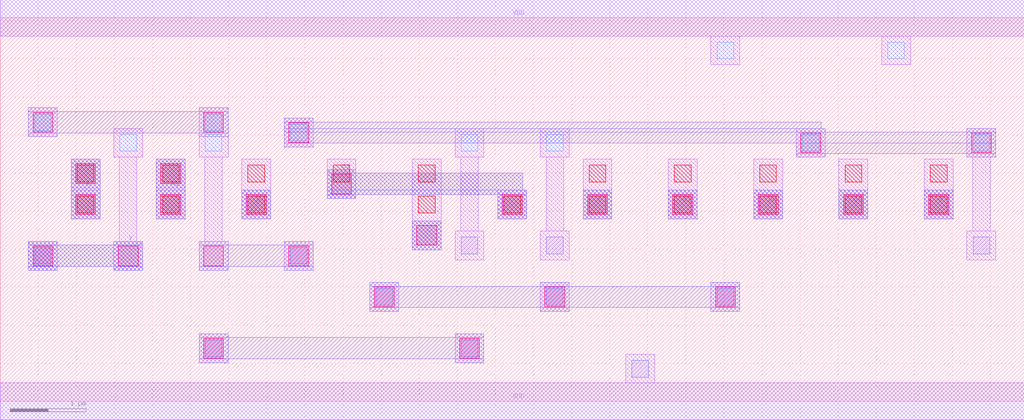
<source format=lef>
MACRO AOOAAOOAI21232
 CLASS CORE ;
 FOREIGN AOOAAOOAI21232 0 0 ;
 SIZE 13.44 BY 5.04 ;
 ORIGIN 0 0 ;
 SYMMETRY X Y R90 ;
 SITE unit ;
  PIN VDD
   DIRECTION INOUT ;
   USE POWER ;
   SHAPE ABUTMENT ;
    PORT
     CLASS CORE ;
       LAYER met1 ;
        RECT 0.00000000 4.80000000 13.44000000 5.28000000 ;
    END
  END VDD

  PIN GND
   DIRECTION INOUT ;
   USE POWER ;
   SHAPE ABUTMENT ;
    PORT
     CLASS CORE ;
       LAYER met1 ;
        RECT 0.00000000 -0.24000000 13.44000000 0.24000000 ;
    END
  END GND

  PIN Y
   DIRECTION INOUT ;
   USE SIGNAL ;
   SHAPE ABUTMENT ;
    PORT
     CLASS CORE ;
       LAYER met2 ;
        RECT 0.37000000 1.72200000 0.75000000 1.77200000 ;
        RECT 1.49000000 1.72200000 1.87000000 1.77200000 ;
        RECT 0.37000000 1.77200000 1.87000000 2.05200000 ;
        RECT 0.37000000 2.05200000 0.75000000 2.10200000 ;
        RECT 1.49000000 2.05200000 1.87000000 2.10200000 ;
    END
  END Y

  PIN D
   DIRECTION INOUT ;
   USE SIGNAL ;
   SHAPE ABUTMENT ;
    PORT
     CLASS CORE ;
       LAYER met2 ;
        RECT 12.13000000 2.39700000 12.51000000 2.77700000 ;
    END
  END D

  PIN E
   DIRECTION INOUT ;
   USE SIGNAL ;
   SHAPE ABUTMENT ;
    PORT
     CLASS CORE ;
       LAYER met2 ;
        RECT 7.65000000 2.39700000 8.03000000 2.77700000 ;
    END
  END E

  PIN A
   DIRECTION INOUT ;
   USE SIGNAL ;
   SHAPE ABUTMENT ;
    PORT
     CLASS CORE ;
       LAYER met2 ;
        RECT 0.93000000 2.39700000 1.31000000 3.18200000 ;
    END
  END A

  PIN D1
   DIRECTION INOUT ;
   USE SIGNAL ;
   SHAPE ABUTMENT ;
    PORT
     CLASS CORE ;
       LAYER met2 ;
        RECT 11.01000000 2.39700000 11.39000000 2.77700000 ;
    END
  END D1

  PIN B
   DIRECTION INOUT ;
   USE SIGNAL ;
   SHAPE ABUTMENT ;
    PORT
     CLASS CORE ;
       LAYER met2 ;
        RECT 3.17000000 2.39700000 3.55000000 2.77700000 ;
    END
  END B

  PIN A1
   DIRECTION INOUT ;
   USE SIGNAL ;
   SHAPE ABUTMENT ;
    PORT
     CLASS CORE ;
       LAYER met2 ;
        RECT 2.05000000 2.39700000 2.43000000 3.18200000 ;
    END
  END A1

  PIN C1
   DIRECTION INOUT ;
   USE SIGNAL ;
   SHAPE ABUTMENT ;
    PORT
     CLASS CORE ;
       LAYER met2 ;
        RECT 4.29000000 2.66700000 4.67000000 2.71700000 ;
        RECT 6.53000000 2.39700000 6.91000000 2.71700000 ;
        RECT 4.29000000 2.71700000 6.91000000 2.77700000 ;
        RECT 4.29000000 2.77700000 6.86000000 2.99700000 ;
        RECT 4.29000000 2.99700000 4.67000000 3.04700000 ;
    END
  END C1

  PIN C
   DIRECTION INOUT ;
   USE SIGNAL ;
   SHAPE ABUTMENT ;
    PORT
     CLASS CORE ;
       LAYER met2 ;
        RECT 5.41000000 1.99200000 5.79000000 2.37200000 ;
    END
  END C

  PIN D2
   DIRECTION INOUT ;
   USE SIGNAL ;
   SHAPE ABUTMENT ;
    PORT
     CLASS CORE ;
       LAYER met2 ;
        RECT 9.89000000 2.39700000 10.27000000 2.77700000 ;
    END
  END D2

  PIN E1
   DIRECTION INOUT ;
   USE SIGNAL ;
   SHAPE ABUTMENT ;
    PORT
     CLASS CORE ;
       LAYER met2 ;
        RECT 8.77000000 2.39700000 9.15000000 2.77700000 ;
    END
  END E1

 OBS
    LAYER polycont ;
     RECT 1.01000000 2.47700000 1.23000000 2.69700000 ;
     RECT 2.13000000 2.47700000 2.35000000 2.69700000 ;
     RECT 3.25000000 2.47700000 3.47000000 2.69700000 ;
     RECT 5.49000000 2.47700000 5.71000000 2.69700000 ;
     RECT 6.61000000 2.47700000 6.83000000 2.69700000 ;
     RECT 7.73000000 2.47700000 7.95000000 2.69700000 ;
     RECT 8.85000000 2.47700000 9.07000000 2.69700000 ;
     RECT 9.97000000 2.47700000 10.19000000 2.69700000 ;
     RECT 11.09000000 2.47700000 11.31000000 2.69700000 ;
     RECT 12.21000000 2.47700000 12.43000000 2.69700000 ;
     RECT 1.01000000 2.88200000 1.23000000 3.10200000 ;
     RECT 2.13000000 2.88200000 2.35000000 3.10200000 ;
     RECT 3.25000000 2.88200000 3.47000000 3.10200000 ;
     RECT 4.37000000 2.88200000 4.59000000 3.10200000 ;
     RECT 5.49000000 2.88200000 5.71000000 3.10200000 ;
     RECT 7.73000000 2.88200000 7.95000000 3.10200000 ;
     RECT 8.85000000 2.88200000 9.07000000 3.10200000 ;
     RECT 9.97000000 2.88200000 10.19000000 3.10200000 ;
     RECT 11.09000000 2.88200000 11.31000000 3.10200000 ;
     RECT 12.21000000 2.88200000 12.43000000 3.10200000 ;

    LAYER pdiffc ;
     RECT 1.57000000 3.28700000 1.79000000 3.50700000 ;
     RECT 2.69000000 3.28700000 2.91000000 3.50700000 ;
     RECT 6.05000000 3.28700000 6.27000000 3.50700000 ;
     RECT 7.17000000 3.28700000 7.39000000 3.50700000 ;
     RECT 10.53000000 3.28700000 10.75000000 3.50700000 ;
     RECT 12.77000000 3.28700000 12.99000000 3.50700000 ;
     RECT 3.81000000 3.42200000 4.03000000 3.64200000 ;
     RECT 0.45000000 3.55700000 0.67000000 3.77700000 ;
     RECT 2.69000000 3.55700000 2.91000000 3.77700000 ;
     RECT 9.41000000 4.50200000 9.63000000 4.72200000 ;
     RECT 11.65000000 4.50200000 11.87000000 4.72200000 ;

    LAYER ndiffc ;
     RECT 8.29000000 0.31700000 8.51000000 0.53700000 ;
     RECT 2.69000000 0.58700000 2.91000000 0.80700000 ;
     RECT 6.05000000 0.58700000 6.27000000 0.80700000 ;
     RECT 4.93000000 1.26200000 5.15000000 1.48200000 ;
     RECT 7.17000000 1.26200000 7.39000000 1.48200000 ;
     RECT 9.41000000 1.26200000 9.63000000 1.48200000 ;
     RECT 0.45000000 1.80200000 0.67000000 2.02200000 ;
     RECT 3.81000000 1.80200000 4.03000000 2.02200000 ;
     RECT 6.05000000 1.93700000 6.27000000 2.15700000 ;
     RECT 7.17000000 1.93700000 7.39000000 2.15700000 ;
     RECT 12.77000000 1.93700000 12.99000000 2.15700000 ;

    LAYER met1 ;
     RECT 0.00000000 -0.24000000 13.44000000 0.24000000 ;
     RECT 8.21000000 0.24000000 8.59000000 0.61700000 ;
     RECT 2.61000000 0.50700000 2.99000000 0.88700000 ;
     RECT 5.97000000 0.50700000 6.35000000 0.88700000 ;
     RECT 4.85000000 1.18200000 5.23000000 1.56200000 ;
     RECT 7.09000000 1.18200000 7.47000000 1.56200000 ;
     RECT 9.33000000 1.18200000 9.71000000 1.56200000 ;
     RECT 0.37000000 1.72200000 0.75000000 2.10200000 ;
     RECT 3.73000000 1.72200000 4.11000000 2.10200000 ;
     RECT 0.93000000 2.39700000 1.31000000 2.77700000 ;
     RECT 2.05000000 2.39700000 2.43000000 2.77700000 ;
     RECT 6.53000000 2.39700000 6.91000000 2.77700000 ;
     RECT 0.93000000 2.80200000 1.31000000 3.18200000 ;
     RECT 2.05000000 2.80200000 2.43000000 3.18200000 ;
     RECT 3.17000000 2.39700000 3.55000000 3.18200000 ;
     RECT 4.29000000 2.66700000 4.67000000 3.18200000 ;
     RECT 5.41000000 1.99200000 5.79000000 3.18200000 ;
     RECT 7.65000000 2.39700000 8.03000000 3.18200000 ;
     RECT 8.77000000 2.39700000 9.15000000 3.18200000 ;
     RECT 9.89000000 2.39700000 10.27000000 3.18200000 ;
     RECT 11.01000000 2.39700000 11.39000000 3.18200000 ;
     RECT 12.13000000 2.39700000 12.51000000 3.18200000 ;
     RECT 1.49000000 1.72200000 1.87000000 2.10200000 ;
     RECT 1.56500000 2.10200000 1.79500000 3.20700000 ;
     RECT 1.49000000 3.20700000 1.87000000 3.58700000 ;
     RECT 5.97000000 1.85700000 6.35000000 2.23700000 ;
     RECT 6.04500000 2.23700000 6.27500000 3.20700000 ;
     RECT 5.97000000 3.20700000 6.35000000 3.58700000 ;
     RECT 7.09000000 1.85700000 7.47000000 2.23700000 ;
     RECT 7.16500000 2.23700000 7.39500000 3.20700000 ;
     RECT 7.09000000 3.20700000 7.47000000 3.58700000 ;
     RECT 10.45000000 3.20700000 10.83000000 3.58700000 ;
     RECT 12.69000000 1.85700000 13.07000000 2.23700000 ;
     RECT 12.76500000 2.23700000 12.99500000 3.20700000 ;
     RECT 12.69000000 3.20700000 13.07000000 3.58700000 ;
     RECT 3.73000000 3.34200000 4.11000000 3.72200000 ;
     RECT 0.37000000 3.47700000 0.75000000 3.85700000 ;
     RECT 2.61000000 1.72200000 2.99000000 2.10200000 ;
     RECT 2.68500000 2.10200000 2.91500000 3.20700000 ;
     RECT 2.61000000 3.20700000 2.99000000 3.85700000 ;
     RECT 9.33000000 4.42200000 9.71000000 4.80000000 ;
     RECT 11.57000000 4.42200000 11.95000000 4.80000000 ;
     RECT 0.00000000 4.80000000 13.44000000 5.28000000 ;

    LAYER via1 ;
     RECT 2.67000000 0.56700000 2.93000000 0.82700000 ;
     RECT 6.03000000 0.56700000 6.29000000 0.82700000 ;
     RECT 4.91000000 1.24200000 5.17000000 1.50200000 ;
     RECT 7.15000000 1.24200000 7.41000000 1.50200000 ;
     RECT 9.39000000 1.24200000 9.65000000 1.50200000 ;
     RECT 0.43000000 1.78200000 0.69000000 2.04200000 ;
     RECT 1.55000000 1.78200000 1.81000000 2.04200000 ;
     RECT 2.67000000 1.78200000 2.93000000 2.04200000 ;
     RECT 3.79000000 1.78200000 4.05000000 2.04200000 ;
     RECT 5.47000000 2.05200000 5.73000000 2.31200000 ;
     RECT 0.99000000 2.45700000 1.25000000 2.71700000 ;
     RECT 2.11000000 2.45700000 2.37000000 2.71700000 ;
     RECT 3.23000000 2.45700000 3.49000000 2.71700000 ;
     RECT 6.59000000 2.45700000 6.85000000 2.71700000 ;
     RECT 7.71000000 2.45700000 7.97000000 2.71700000 ;
     RECT 8.83000000 2.45700000 9.09000000 2.71700000 ;
     RECT 9.95000000 2.45700000 10.21000000 2.71700000 ;
     RECT 11.07000000 2.45700000 11.33000000 2.71700000 ;
     RECT 12.19000000 2.45700000 12.45000000 2.71700000 ;
     RECT 4.35000000 2.72700000 4.61000000 2.98700000 ;
     RECT 0.99000000 2.86200000 1.25000000 3.12200000 ;
     RECT 2.11000000 2.86200000 2.37000000 3.12200000 ;
     RECT 10.51000000 3.26700000 10.77000000 3.52700000 ;
     RECT 12.75000000 3.26700000 13.01000000 3.52700000 ;
     RECT 3.79000000 3.40200000 4.05000000 3.66200000 ;
     RECT 0.43000000 3.53700000 0.69000000 3.79700000 ;
     RECT 2.67000000 3.53700000 2.93000000 3.79700000 ;

    LAYER met2 ;
     RECT 2.61000000 0.50700000 2.99000000 0.55700000 ;
     RECT 5.97000000 0.50700000 6.35000000 0.55700000 ;
     RECT 2.61000000 0.55700000 6.35000000 0.83700000 ;
     RECT 2.61000000 0.83700000 2.99000000 0.88700000 ;
     RECT 5.97000000 0.83700000 6.35000000 0.88700000 ;
     RECT 4.85000000 1.18200000 5.23000000 1.23200000 ;
     RECT 7.09000000 1.18200000 7.47000000 1.23200000 ;
     RECT 9.33000000 1.18200000 9.71000000 1.23200000 ;
     RECT 4.85000000 1.23200000 9.71000000 1.51200000 ;
     RECT 4.85000000 1.51200000 5.23000000 1.56200000 ;
     RECT 7.09000000 1.51200000 7.47000000 1.56200000 ;
     RECT 9.33000000 1.51200000 9.71000000 1.56200000 ;
     RECT 0.37000000 1.72200000 0.75000000 1.77200000 ;
     RECT 1.49000000 1.72200000 1.87000000 1.77200000 ;
     RECT 0.37000000 1.77200000 1.87000000 2.05200000 ;
     RECT 0.37000000 2.05200000 0.75000000 2.10200000 ;
     RECT 1.49000000 2.05200000 1.87000000 2.10200000 ;
     RECT 2.61000000 1.72200000 2.99000000 1.77200000 ;
     RECT 3.73000000 1.72200000 4.11000000 1.77200000 ;
     RECT 2.61000000 1.77200000 4.11000000 2.05200000 ;
     RECT 2.61000000 2.05200000 2.99000000 2.10200000 ;
     RECT 3.73000000 2.05200000 4.11000000 2.10200000 ;
     RECT 5.41000000 1.99200000 5.79000000 2.37200000 ;
     RECT 3.17000000 2.39700000 3.55000000 2.77700000 ;
     RECT 7.65000000 2.39700000 8.03000000 2.77700000 ;
     RECT 8.77000000 2.39700000 9.15000000 2.77700000 ;
     RECT 9.89000000 2.39700000 10.27000000 2.77700000 ;
     RECT 11.01000000 2.39700000 11.39000000 2.77700000 ;
     RECT 12.13000000 2.39700000 12.51000000 2.77700000 ;
     RECT 4.29000000 2.66700000 4.67000000 2.71700000 ;
     RECT 6.53000000 2.39700000 6.91000000 2.71700000 ;
     RECT 4.29000000 2.71700000 6.91000000 2.77700000 ;
     RECT 4.29000000 2.77700000 6.86000000 2.99700000 ;
     RECT 4.29000000 2.99700000 4.67000000 3.04700000 ;
     RECT 0.93000000 2.39700000 1.31000000 3.18200000 ;
     RECT 2.05000000 2.39700000 2.43000000 3.18200000 ;
     RECT 10.45000000 3.20700000 10.83000000 3.25700000 ;
     RECT 12.69000000 3.20700000 13.07000000 3.25700000 ;
     RECT 3.73000000 3.34200000 4.11000000 3.39200000 ;
     RECT 10.45000000 3.25700000 13.07000000 3.39200000 ;
     RECT 3.73000000 3.39200000 13.07000000 3.53700000 ;
     RECT 3.73000000 3.53700000 10.83000000 3.58700000 ;
     RECT 12.69000000 3.53700000 13.07000000 3.58700000 ;
     RECT 3.73000000 3.58700000 10.78000000 3.67200000 ;
     RECT 3.73000000 3.67200000 4.11000000 3.72200000 ;
     RECT 0.37000000 3.47700000 0.75000000 3.52700000 ;
     RECT 2.61000000 3.47700000 2.99000000 3.52700000 ;
     RECT 0.37000000 3.52700000 2.99000000 3.80700000 ;
     RECT 0.37000000 3.80700000 0.75000000 3.85700000 ;
     RECT 2.61000000 3.80700000 2.99000000 3.85700000 ;

 END
END AOOAAOOAI21232

</source>
